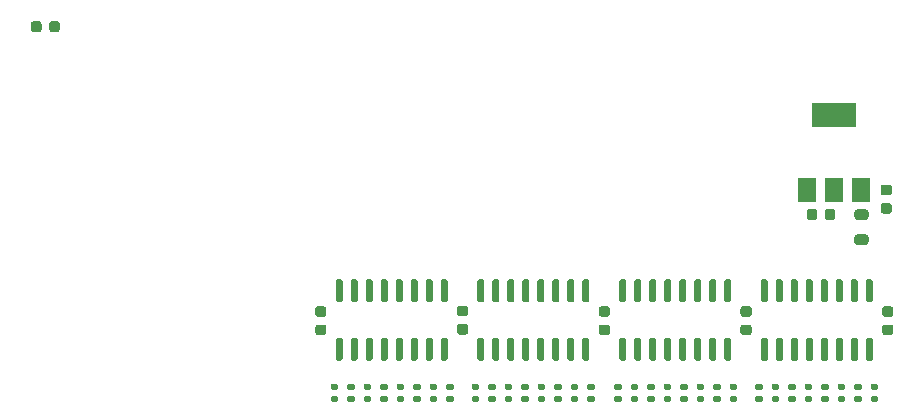
<source format=gbr>
%TF.GenerationSoftware,KiCad,Pcbnew,(5.1.8-0-10_14)*%
%TF.CreationDate,2020-12-11T17:33:19+01:00*%
%TF.ProjectId,32Bit shift register,33324269-7420-4736-9869-667420726567,rev?*%
%TF.SameCoordinates,Original*%
%TF.FileFunction,Paste,Top*%
%TF.FilePolarity,Positive*%
%FSLAX46Y46*%
G04 Gerber Fmt 4.6, Leading zero omitted, Abs format (unit mm)*
G04 Created by KiCad (PCBNEW (5.1.8-0-10_14)) date 2020-12-11 17:33:19*
%MOMM*%
%LPD*%
G01*
G04 APERTURE LIST*
%ADD10R,3.800000X2.000000*%
%ADD11R,1.500000X2.000000*%
G04 APERTURE END LIST*
%TO.C,FB*%
G36*
G01*
X164318750Y-63787500D02*
X165081250Y-63787500D01*
G75*
G02*
X165300000Y-64006250I0J-218750D01*
G01*
X165300000Y-64443750D01*
G75*
G02*
X165081250Y-64662500I-218750J0D01*
G01*
X164318750Y-64662500D01*
G75*
G02*
X164100000Y-64443750I0J218750D01*
G01*
X164100000Y-64006250D01*
G75*
G02*
X164318750Y-63787500I218750J0D01*
G01*
G37*
G36*
G01*
X164318750Y-61662500D02*
X165081250Y-61662500D01*
G75*
G02*
X165300000Y-61881250I0J-218750D01*
G01*
X165300000Y-62318750D01*
G75*
G02*
X165081250Y-62537500I-218750J0D01*
G01*
X164318750Y-62537500D01*
G75*
G02*
X164100000Y-62318750I0J218750D01*
G01*
X164100000Y-61881250D01*
G75*
G02*
X164318750Y-61662500I218750J0D01*
G01*
G37*
%TD*%
%TO.C,C7*%
G36*
G01*
X166550000Y-59575000D02*
X167050000Y-59575000D01*
G75*
G02*
X167275000Y-59800000I0J-225000D01*
G01*
X167275000Y-60250000D01*
G75*
G02*
X167050000Y-60475000I-225000J0D01*
G01*
X166550000Y-60475000D01*
G75*
G02*
X166325000Y-60250000I0J225000D01*
G01*
X166325000Y-59800000D01*
G75*
G02*
X166550000Y-59575000I225000J0D01*
G01*
G37*
G36*
G01*
X166550000Y-61125000D02*
X167050000Y-61125000D01*
G75*
G02*
X167275000Y-61350000I0J-225000D01*
G01*
X167275000Y-61800000D01*
G75*
G02*
X167050000Y-62025000I-225000J0D01*
G01*
X166550000Y-62025000D01*
G75*
G02*
X166325000Y-61800000I0J225000D01*
G01*
X166325000Y-61350000D01*
G75*
G02*
X166550000Y-61125000I225000J0D01*
G01*
G37*
%TD*%
%TO.C,U3*%
G36*
G01*
X144632000Y-74485900D02*
X144332000Y-74485900D01*
G75*
G02*
X144182000Y-74335900I0J150000D01*
G01*
X144182000Y-72685900D01*
G75*
G02*
X144332000Y-72535900I150000J0D01*
G01*
X144632000Y-72535900D01*
G75*
G02*
X144782000Y-72685900I0J-150000D01*
G01*
X144782000Y-74335900D01*
G75*
G02*
X144632000Y-74485900I-150000J0D01*
G01*
G37*
G36*
G01*
X145902000Y-74485900D02*
X145602000Y-74485900D01*
G75*
G02*
X145452000Y-74335900I0J150000D01*
G01*
X145452000Y-72685900D01*
G75*
G02*
X145602000Y-72535900I150000J0D01*
G01*
X145902000Y-72535900D01*
G75*
G02*
X146052000Y-72685900I0J-150000D01*
G01*
X146052000Y-74335900D01*
G75*
G02*
X145902000Y-74485900I-150000J0D01*
G01*
G37*
G36*
G01*
X147172000Y-74485900D02*
X146872000Y-74485900D01*
G75*
G02*
X146722000Y-74335900I0J150000D01*
G01*
X146722000Y-72685900D01*
G75*
G02*
X146872000Y-72535900I150000J0D01*
G01*
X147172000Y-72535900D01*
G75*
G02*
X147322000Y-72685900I0J-150000D01*
G01*
X147322000Y-74335900D01*
G75*
G02*
X147172000Y-74485900I-150000J0D01*
G01*
G37*
G36*
G01*
X148442000Y-74485900D02*
X148142000Y-74485900D01*
G75*
G02*
X147992000Y-74335900I0J150000D01*
G01*
X147992000Y-72685900D01*
G75*
G02*
X148142000Y-72535900I150000J0D01*
G01*
X148442000Y-72535900D01*
G75*
G02*
X148592000Y-72685900I0J-150000D01*
G01*
X148592000Y-74335900D01*
G75*
G02*
X148442000Y-74485900I-150000J0D01*
G01*
G37*
G36*
G01*
X149712000Y-74485900D02*
X149412000Y-74485900D01*
G75*
G02*
X149262000Y-74335900I0J150000D01*
G01*
X149262000Y-72685900D01*
G75*
G02*
X149412000Y-72535900I150000J0D01*
G01*
X149712000Y-72535900D01*
G75*
G02*
X149862000Y-72685900I0J-150000D01*
G01*
X149862000Y-74335900D01*
G75*
G02*
X149712000Y-74485900I-150000J0D01*
G01*
G37*
G36*
G01*
X150982000Y-74485900D02*
X150682000Y-74485900D01*
G75*
G02*
X150532000Y-74335900I0J150000D01*
G01*
X150532000Y-72685900D01*
G75*
G02*
X150682000Y-72535900I150000J0D01*
G01*
X150982000Y-72535900D01*
G75*
G02*
X151132000Y-72685900I0J-150000D01*
G01*
X151132000Y-74335900D01*
G75*
G02*
X150982000Y-74485900I-150000J0D01*
G01*
G37*
G36*
G01*
X152252000Y-74485900D02*
X151952000Y-74485900D01*
G75*
G02*
X151802000Y-74335900I0J150000D01*
G01*
X151802000Y-72685900D01*
G75*
G02*
X151952000Y-72535900I150000J0D01*
G01*
X152252000Y-72535900D01*
G75*
G02*
X152402000Y-72685900I0J-150000D01*
G01*
X152402000Y-74335900D01*
G75*
G02*
X152252000Y-74485900I-150000J0D01*
G01*
G37*
G36*
G01*
X153522000Y-74485900D02*
X153222000Y-74485900D01*
G75*
G02*
X153072000Y-74335900I0J150000D01*
G01*
X153072000Y-72685900D01*
G75*
G02*
X153222000Y-72535900I150000J0D01*
G01*
X153522000Y-72535900D01*
G75*
G02*
X153672000Y-72685900I0J-150000D01*
G01*
X153672000Y-74335900D01*
G75*
G02*
X153522000Y-74485900I-150000J0D01*
G01*
G37*
G36*
G01*
X153522000Y-69535900D02*
X153222000Y-69535900D01*
G75*
G02*
X153072000Y-69385900I0J150000D01*
G01*
X153072000Y-67735900D01*
G75*
G02*
X153222000Y-67585900I150000J0D01*
G01*
X153522000Y-67585900D01*
G75*
G02*
X153672000Y-67735900I0J-150000D01*
G01*
X153672000Y-69385900D01*
G75*
G02*
X153522000Y-69535900I-150000J0D01*
G01*
G37*
G36*
G01*
X152252000Y-69535900D02*
X151952000Y-69535900D01*
G75*
G02*
X151802000Y-69385900I0J150000D01*
G01*
X151802000Y-67735900D01*
G75*
G02*
X151952000Y-67585900I150000J0D01*
G01*
X152252000Y-67585900D01*
G75*
G02*
X152402000Y-67735900I0J-150000D01*
G01*
X152402000Y-69385900D01*
G75*
G02*
X152252000Y-69535900I-150000J0D01*
G01*
G37*
G36*
G01*
X150982000Y-69535900D02*
X150682000Y-69535900D01*
G75*
G02*
X150532000Y-69385900I0J150000D01*
G01*
X150532000Y-67735900D01*
G75*
G02*
X150682000Y-67585900I150000J0D01*
G01*
X150982000Y-67585900D01*
G75*
G02*
X151132000Y-67735900I0J-150000D01*
G01*
X151132000Y-69385900D01*
G75*
G02*
X150982000Y-69535900I-150000J0D01*
G01*
G37*
G36*
G01*
X149712000Y-69535900D02*
X149412000Y-69535900D01*
G75*
G02*
X149262000Y-69385900I0J150000D01*
G01*
X149262000Y-67735900D01*
G75*
G02*
X149412000Y-67585900I150000J0D01*
G01*
X149712000Y-67585900D01*
G75*
G02*
X149862000Y-67735900I0J-150000D01*
G01*
X149862000Y-69385900D01*
G75*
G02*
X149712000Y-69535900I-150000J0D01*
G01*
G37*
G36*
G01*
X148442000Y-69535900D02*
X148142000Y-69535900D01*
G75*
G02*
X147992000Y-69385900I0J150000D01*
G01*
X147992000Y-67735900D01*
G75*
G02*
X148142000Y-67585900I150000J0D01*
G01*
X148442000Y-67585900D01*
G75*
G02*
X148592000Y-67735900I0J-150000D01*
G01*
X148592000Y-69385900D01*
G75*
G02*
X148442000Y-69535900I-150000J0D01*
G01*
G37*
G36*
G01*
X147172000Y-69535900D02*
X146872000Y-69535900D01*
G75*
G02*
X146722000Y-69385900I0J150000D01*
G01*
X146722000Y-67735900D01*
G75*
G02*
X146872000Y-67585900I150000J0D01*
G01*
X147172000Y-67585900D01*
G75*
G02*
X147322000Y-67735900I0J-150000D01*
G01*
X147322000Y-69385900D01*
G75*
G02*
X147172000Y-69535900I-150000J0D01*
G01*
G37*
G36*
G01*
X145902000Y-69535900D02*
X145602000Y-69535900D01*
G75*
G02*
X145452000Y-69385900I0J150000D01*
G01*
X145452000Y-67735900D01*
G75*
G02*
X145602000Y-67585900I150000J0D01*
G01*
X145902000Y-67585900D01*
G75*
G02*
X146052000Y-67735900I0J-150000D01*
G01*
X146052000Y-69385900D01*
G75*
G02*
X145902000Y-69535900I-150000J0D01*
G01*
G37*
G36*
G01*
X144632000Y-69535900D02*
X144332000Y-69535900D01*
G75*
G02*
X144182000Y-69385900I0J150000D01*
G01*
X144182000Y-67735900D01*
G75*
G02*
X144332000Y-67585900I150000J0D01*
G01*
X144632000Y-67585900D01*
G75*
G02*
X144782000Y-67735900I0J-150000D01*
G01*
X144782000Y-69385900D01*
G75*
G02*
X144632000Y-69535900I-150000J0D01*
G01*
G37*
%TD*%
%TO.C,R32*%
G36*
G01*
X165982000Y-77980900D02*
X165612000Y-77980900D01*
G75*
G02*
X165477000Y-77845900I0J135000D01*
G01*
X165477000Y-77575900D01*
G75*
G02*
X165612000Y-77440900I135000J0D01*
G01*
X165982000Y-77440900D01*
G75*
G02*
X166117000Y-77575900I0J-135000D01*
G01*
X166117000Y-77845900D01*
G75*
G02*
X165982000Y-77980900I-135000J0D01*
G01*
G37*
G36*
G01*
X165982000Y-76960900D02*
X165612000Y-76960900D01*
G75*
G02*
X165477000Y-76825900I0J135000D01*
G01*
X165477000Y-76555900D01*
G75*
G02*
X165612000Y-76420900I135000J0D01*
G01*
X165982000Y-76420900D01*
G75*
G02*
X166117000Y-76555900I0J-135000D01*
G01*
X166117000Y-76825900D01*
G75*
G02*
X165982000Y-76960900I-135000J0D01*
G01*
G37*
%TD*%
%TO.C,R31*%
G36*
G01*
X154044000Y-77980900D02*
X153674000Y-77980900D01*
G75*
G02*
X153539000Y-77845900I0J135000D01*
G01*
X153539000Y-77575900D01*
G75*
G02*
X153674000Y-77440900I135000J0D01*
G01*
X154044000Y-77440900D01*
G75*
G02*
X154179000Y-77575900I0J-135000D01*
G01*
X154179000Y-77845900D01*
G75*
G02*
X154044000Y-77980900I-135000J0D01*
G01*
G37*
G36*
G01*
X154044000Y-76960900D02*
X153674000Y-76960900D01*
G75*
G02*
X153539000Y-76825900I0J135000D01*
G01*
X153539000Y-76555900D01*
G75*
G02*
X153674000Y-76420900I135000J0D01*
G01*
X154044000Y-76420900D01*
G75*
G02*
X154179000Y-76555900I0J-135000D01*
G01*
X154179000Y-76825900D01*
G75*
G02*
X154044000Y-76960900I-135000J0D01*
G01*
G37*
%TD*%
%TO.C,R30*%
G36*
G01*
X141979000Y-77984900D02*
X141609000Y-77984900D01*
G75*
G02*
X141474000Y-77849900I0J135000D01*
G01*
X141474000Y-77579900D01*
G75*
G02*
X141609000Y-77444900I135000J0D01*
G01*
X141979000Y-77444900D01*
G75*
G02*
X142114000Y-77579900I0J-135000D01*
G01*
X142114000Y-77849900D01*
G75*
G02*
X141979000Y-77984900I-135000J0D01*
G01*
G37*
G36*
G01*
X141979000Y-76964900D02*
X141609000Y-76964900D01*
G75*
G02*
X141474000Y-76829900I0J135000D01*
G01*
X141474000Y-76559900D01*
G75*
G02*
X141609000Y-76424900I135000J0D01*
G01*
X141979000Y-76424900D01*
G75*
G02*
X142114000Y-76559900I0J-135000D01*
G01*
X142114000Y-76829900D01*
G75*
G02*
X141979000Y-76964900I-135000J0D01*
G01*
G37*
%TD*%
%TO.C,R29*%
G36*
G01*
X130041000Y-76962900D02*
X129671000Y-76962900D01*
G75*
G02*
X129536000Y-76827900I0J135000D01*
G01*
X129536000Y-76557900D01*
G75*
G02*
X129671000Y-76422900I135000J0D01*
G01*
X130041000Y-76422900D01*
G75*
G02*
X130176000Y-76557900I0J-135000D01*
G01*
X130176000Y-76827900D01*
G75*
G02*
X130041000Y-76962900I-135000J0D01*
G01*
G37*
G36*
G01*
X130041000Y-77982900D02*
X129671000Y-77982900D01*
G75*
G02*
X129536000Y-77847900I0J135000D01*
G01*
X129536000Y-77577900D01*
G75*
G02*
X129671000Y-77442900I135000J0D01*
G01*
X130041000Y-77442900D01*
G75*
G02*
X130176000Y-77577900I0J-135000D01*
G01*
X130176000Y-77847900D01*
G75*
G02*
X130041000Y-77982900I-135000J0D01*
G01*
G37*
%TD*%
%TO.C,R28*%
G36*
G01*
X164585000Y-77980900D02*
X164215000Y-77980900D01*
G75*
G02*
X164080000Y-77845900I0J135000D01*
G01*
X164080000Y-77575900D01*
G75*
G02*
X164215000Y-77440900I135000J0D01*
G01*
X164585000Y-77440900D01*
G75*
G02*
X164720000Y-77575900I0J-135000D01*
G01*
X164720000Y-77845900D01*
G75*
G02*
X164585000Y-77980900I-135000J0D01*
G01*
G37*
G36*
G01*
X164585000Y-76960900D02*
X164215000Y-76960900D01*
G75*
G02*
X164080000Y-76825900I0J135000D01*
G01*
X164080000Y-76555900D01*
G75*
G02*
X164215000Y-76420900I135000J0D01*
G01*
X164585000Y-76420900D01*
G75*
G02*
X164720000Y-76555900I0J-135000D01*
G01*
X164720000Y-76825900D01*
G75*
G02*
X164585000Y-76960900I-135000J0D01*
G01*
G37*
%TD*%
%TO.C,R27*%
G36*
G01*
X152647000Y-77982900D02*
X152277000Y-77982900D01*
G75*
G02*
X152142000Y-77847900I0J135000D01*
G01*
X152142000Y-77577900D01*
G75*
G02*
X152277000Y-77442900I135000J0D01*
G01*
X152647000Y-77442900D01*
G75*
G02*
X152782000Y-77577900I0J-135000D01*
G01*
X152782000Y-77847900D01*
G75*
G02*
X152647000Y-77982900I-135000J0D01*
G01*
G37*
G36*
G01*
X152647000Y-76962900D02*
X152277000Y-76962900D01*
G75*
G02*
X152142000Y-76827900I0J135000D01*
G01*
X152142000Y-76557900D01*
G75*
G02*
X152277000Y-76422900I135000J0D01*
G01*
X152647000Y-76422900D01*
G75*
G02*
X152782000Y-76557900I0J-135000D01*
G01*
X152782000Y-76827900D01*
G75*
G02*
X152647000Y-76962900I-135000J0D01*
G01*
G37*
%TD*%
%TO.C,R26*%
G36*
G01*
X140582000Y-77984900D02*
X140212000Y-77984900D01*
G75*
G02*
X140077000Y-77849900I0J135000D01*
G01*
X140077000Y-77579900D01*
G75*
G02*
X140212000Y-77444900I135000J0D01*
G01*
X140582000Y-77444900D01*
G75*
G02*
X140717000Y-77579900I0J-135000D01*
G01*
X140717000Y-77849900D01*
G75*
G02*
X140582000Y-77984900I-135000J0D01*
G01*
G37*
G36*
G01*
X140582000Y-76964900D02*
X140212000Y-76964900D01*
G75*
G02*
X140077000Y-76829900I0J135000D01*
G01*
X140077000Y-76559900D01*
G75*
G02*
X140212000Y-76424900I135000J0D01*
G01*
X140582000Y-76424900D01*
G75*
G02*
X140717000Y-76559900I0J-135000D01*
G01*
X140717000Y-76829900D01*
G75*
G02*
X140582000Y-76964900I-135000J0D01*
G01*
G37*
%TD*%
%TO.C,R25*%
G36*
G01*
X128644000Y-76962900D02*
X128274000Y-76962900D01*
G75*
G02*
X128139000Y-76827900I0J135000D01*
G01*
X128139000Y-76557900D01*
G75*
G02*
X128274000Y-76422900I135000J0D01*
G01*
X128644000Y-76422900D01*
G75*
G02*
X128779000Y-76557900I0J-135000D01*
G01*
X128779000Y-76827900D01*
G75*
G02*
X128644000Y-76962900I-135000J0D01*
G01*
G37*
G36*
G01*
X128644000Y-77982900D02*
X128274000Y-77982900D01*
G75*
G02*
X128139000Y-77847900I0J135000D01*
G01*
X128139000Y-77577900D01*
G75*
G02*
X128274000Y-77442900I135000J0D01*
G01*
X128644000Y-77442900D01*
G75*
G02*
X128779000Y-77577900I0J-135000D01*
G01*
X128779000Y-77847900D01*
G75*
G02*
X128644000Y-77982900I-135000J0D01*
G01*
G37*
%TD*%
%TO.C,R24*%
G36*
G01*
X163188000Y-77980900D02*
X162818000Y-77980900D01*
G75*
G02*
X162683000Y-77845900I0J135000D01*
G01*
X162683000Y-77575900D01*
G75*
G02*
X162818000Y-77440900I135000J0D01*
G01*
X163188000Y-77440900D01*
G75*
G02*
X163323000Y-77575900I0J-135000D01*
G01*
X163323000Y-77845900D01*
G75*
G02*
X163188000Y-77980900I-135000J0D01*
G01*
G37*
G36*
G01*
X163188000Y-76960900D02*
X162818000Y-76960900D01*
G75*
G02*
X162683000Y-76825900I0J135000D01*
G01*
X162683000Y-76555900D01*
G75*
G02*
X162818000Y-76420900I135000J0D01*
G01*
X163188000Y-76420900D01*
G75*
G02*
X163323000Y-76555900I0J-135000D01*
G01*
X163323000Y-76825900D01*
G75*
G02*
X163188000Y-76960900I-135000J0D01*
G01*
G37*
%TD*%
%TO.C,R23*%
G36*
G01*
X151250000Y-77982900D02*
X150880000Y-77982900D01*
G75*
G02*
X150745000Y-77847900I0J135000D01*
G01*
X150745000Y-77577900D01*
G75*
G02*
X150880000Y-77442900I135000J0D01*
G01*
X151250000Y-77442900D01*
G75*
G02*
X151385000Y-77577900I0J-135000D01*
G01*
X151385000Y-77847900D01*
G75*
G02*
X151250000Y-77982900I-135000J0D01*
G01*
G37*
G36*
G01*
X151250000Y-76962900D02*
X150880000Y-76962900D01*
G75*
G02*
X150745000Y-76827900I0J135000D01*
G01*
X150745000Y-76557900D01*
G75*
G02*
X150880000Y-76422900I135000J0D01*
G01*
X151250000Y-76422900D01*
G75*
G02*
X151385000Y-76557900I0J-135000D01*
G01*
X151385000Y-76827900D01*
G75*
G02*
X151250000Y-76962900I-135000J0D01*
G01*
G37*
%TD*%
%TO.C,R22*%
G36*
G01*
X139185000Y-77984900D02*
X138815000Y-77984900D01*
G75*
G02*
X138680000Y-77849900I0J135000D01*
G01*
X138680000Y-77579900D01*
G75*
G02*
X138815000Y-77444900I135000J0D01*
G01*
X139185000Y-77444900D01*
G75*
G02*
X139320000Y-77579900I0J-135000D01*
G01*
X139320000Y-77849900D01*
G75*
G02*
X139185000Y-77984900I-135000J0D01*
G01*
G37*
G36*
G01*
X139185000Y-76964900D02*
X138815000Y-76964900D01*
G75*
G02*
X138680000Y-76829900I0J135000D01*
G01*
X138680000Y-76559900D01*
G75*
G02*
X138815000Y-76424900I135000J0D01*
G01*
X139185000Y-76424900D01*
G75*
G02*
X139320000Y-76559900I0J-135000D01*
G01*
X139320000Y-76829900D01*
G75*
G02*
X139185000Y-76964900I-135000J0D01*
G01*
G37*
%TD*%
%TO.C,R21*%
G36*
G01*
X127247000Y-77982900D02*
X126877000Y-77982900D01*
G75*
G02*
X126742000Y-77847900I0J135000D01*
G01*
X126742000Y-77577900D01*
G75*
G02*
X126877000Y-77442900I135000J0D01*
G01*
X127247000Y-77442900D01*
G75*
G02*
X127382000Y-77577900I0J-135000D01*
G01*
X127382000Y-77847900D01*
G75*
G02*
X127247000Y-77982900I-135000J0D01*
G01*
G37*
G36*
G01*
X127247000Y-76962900D02*
X126877000Y-76962900D01*
G75*
G02*
X126742000Y-76827900I0J135000D01*
G01*
X126742000Y-76557900D01*
G75*
G02*
X126877000Y-76422900I135000J0D01*
G01*
X127247000Y-76422900D01*
G75*
G02*
X127382000Y-76557900I0J-135000D01*
G01*
X127382000Y-76827900D01*
G75*
G02*
X127247000Y-76962900I-135000J0D01*
G01*
G37*
%TD*%
%TO.C,R20*%
G36*
G01*
X161791000Y-77980900D02*
X161421000Y-77980900D01*
G75*
G02*
X161286000Y-77845900I0J135000D01*
G01*
X161286000Y-77575900D01*
G75*
G02*
X161421000Y-77440900I135000J0D01*
G01*
X161791000Y-77440900D01*
G75*
G02*
X161926000Y-77575900I0J-135000D01*
G01*
X161926000Y-77845900D01*
G75*
G02*
X161791000Y-77980900I-135000J0D01*
G01*
G37*
G36*
G01*
X161791000Y-76960900D02*
X161421000Y-76960900D01*
G75*
G02*
X161286000Y-76825900I0J135000D01*
G01*
X161286000Y-76555900D01*
G75*
G02*
X161421000Y-76420900I135000J0D01*
G01*
X161791000Y-76420900D01*
G75*
G02*
X161926000Y-76555900I0J-135000D01*
G01*
X161926000Y-76825900D01*
G75*
G02*
X161791000Y-76960900I-135000J0D01*
G01*
G37*
%TD*%
%TO.C,R19*%
G36*
G01*
X149853000Y-77980900D02*
X149483000Y-77980900D01*
G75*
G02*
X149348000Y-77845900I0J135000D01*
G01*
X149348000Y-77575900D01*
G75*
G02*
X149483000Y-77440900I135000J0D01*
G01*
X149853000Y-77440900D01*
G75*
G02*
X149988000Y-77575900I0J-135000D01*
G01*
X149988000Y-77845900D01*
G75*
G02*
X149853000Y-77980900I-135000J0D01*
G01*
G37*
G36*
G01*
X149853000Y-76960900D02*
X149483000Y-76960900D01*
G75*
G02*
X149348000Y-76825900I0J135000D01*
G01*
X149348000Y-76555900D01*
G75*
G02*
X149483000Y-76420900I135000J0D01*
G01*
X149853000Y-76420900D01*
G75*
G02*
X149988000Y-76555900I0J-135000D01*
G01*
X149988000Y-76825900D01*
G75*
G02*
X149853000Y-76960900I-135000J0D01*
G01*
G37*
%TD*%
%TO.C,R18*%
G36*
G01*
X137788000Y-77982900D02*
X137418000Y-77982900D01*
G75*
G02*
X137283000Y-77847900I0J135000D01*
G01*
X137283000Y-77577900D01*
G75*
G02*
X137418000Y-77442900I135000J0D01*
G01*
X137788000Y-77442900D01*
G75*
G02*
X137923000Y-77577900I0J-135000D01*
G01*
X137923000Y-77847900D01*
G75*
G02*
X137788000Y-77982900I-135000J0D01*
G01*
G37*
G36*
G01*
X137788000Y-76962900D02*
X137418000Y-76962900D01*
G75*
G02*
X137283000Y-76827900I0J135000D01*
G01*
X137283000Y-76557900D01*
G75*
G02*
X137418000Y-76422900I135000J0D01*
G01*
X137788000Y-76422900D01*
G75*
G02*
X137923000Y-76557900I0J-135000D01*
G01*
X137923000Y-76827900D01*
G75*
G02*
X137788000Y-76962900I-135000J0D01*
G01*
G37*
%TD*%
%TO.C,R17*%
G36*
G01*
X125850000Y-76962900D02*
X125480000Y-76962900D01*
G75*
G02*
X125345000Y-76827900I0J135000D01*
G01*
X125345000Y-76557900D01*
G75*
G02*
X125480000Y-76422900I135000J0D01*
G01*
X125850000Y-76422900D01*
G75*
G02*
X125985000Y-76557900I0J-135000D01*
G01*
X125985000Y-76827900D01*
G75*
G02*
X125850000Y-76962900I-135000J0D01*
G01*
G37*
G36*
G01*
X125850000Y-77982900D02*
X125480000Y-77982900D01*
G75*
G02*
X125345000Y-77847900I0J135000D01*
G01*
X125345000Y-77577900D01*
G75*
G02*
X125480000Y-77442900I135000J0D01*
G01*
X125850000Y-77442900D01*
G75*
G02*
X125985000Y-77577900I0J-135000D01*
G01*
X125985000Y-77847900D01*
G75*
G02*
X125850000Y-77982900I-135000J0D01*
G01*
G37*
%TD*%
%TO.C,R16*%
G36*
G01*
X160394000Y-77980900D02*
X160024000Y-77980900D01*
G75*
G02*
X159889000Y-77845900I0J135000D01*
G01*
X159889000Y-77575900D01*
G75*
G02*
X160024000Y-77440900I135000J0D01*
G01*
X160394000Y-77440900D01*
G75*
G02*
X160529000Y-77575900I0J-135000D01*
G01*
X160529000Y-77845900D01*
G75*
G02*
X160394000Y-77980900I-135000J0D01*
G01*
G37*
G36*
G01*
X160394000Y-76960900D02*
X160024000Y-76960900D01*
G75*
G02*
X159889000Y-76825900I0J135000D01*
G01*
X159889000Y-76555900D01*
G75*
G02*
X160024000Y-76420900I135000J0D01*
G01*
X160394000Y-76420900D01*
G75*
G02*
X160529000Y-76555900I0J-135000D01*
G01*
X160529000Y-76825900D01*
G75*
G02*
X160394000Y-76960900I-135000J0D01*
G01*
G37*
%TD*%
%TO.C,R15*%
G36*
G01*
X148456000Y-77982900D02*
X148086000Y-77982900D01*
G75*
G02*
X147951000Y-77847900I0J135000D01*
G01*
X147951000Y-77577900D01*
G75*
G02*
X148086000Y-77442900I135000J0D01*
G01*
X148456000Y-77442900D01*
G75*
G02*
X148591000Y-77577900I0J-135000D01*
G01*
X148591000Y-77847900D01*
G75*
G02*
X148456000Y-77982900I-135000J0D01*
G01*
G37*
G36*
G01*
X148456000Y-76962900D02*
X148086000Y-76962900D01*
G75*
G02*
X147951000Y-76827900I0J135000D01*
G01*
X147951000Y-76557900D01*
G75*
G02*
X148086000Y-76422900I135000J0D01*
G01*
X148456000Y-76422900D01*
G75*
G02*
X148591000Y-76557900I0J-135000D01*
G01*
X148591000Y-76827900D01*
G75*
G02*
X148456000Y-76962900I-135000J0D01*
G01*
G37*
%TD*%
%TO.C,R14*%
G36*
G01*
X136391000Y-77982900D02*
X136021000Y-77982900D01*
G75*
G02*
X135886000Y-77847900I0J135000D01*
G01*
X135886000Y-77577900D01*
G75*
G02*
X136021000Y-77442900I135000J0D01*
G01*
X136391000Y-77442900D01*
G75*
G02*
X136526000Y-77577900I0J-135000D01*
G01*
X136526000Y-77847900D01*
G75*
G02*
X136391000Y-77982900I-135000J0D01*
G01*
G37*
G36*
G01*
X136391000Y-76962900D02*
X136021000Y-76962900D01*
G75*
G02*
X135886000Y-76827900I0J135000D01*
G01*
X135886000Y-76557900D01*
G75*
G02*
X136021000Y-76422900I135000J0D01*
G01*
X136391000Y-76422900D01*
G75*
G02*
X136526000Y-76557900I0J-135000D01*
G01*
X136526000Y-76827900D01*
G75*
G02*
X136391000Y-76962900I-135000J0D01*
G01*
G37*
%TD*%
%TO.C,R13*%
G36*
G01*
X124453000Y-77982900D02*
X124083000Y-77982900D01*
G75*
G02*
X123948000Y-77847900I0J135000D01*
G01*
X123948000Y-77577900D01*
G75*
G02*
X124083000Y-77442900I135000J0D01*
G01*
X124453000Y-77442900D01*
G75*
G02*
X124588000Y-77577900I0J-135000D01*
G01*
X124588000Y-77847900D01*
G75*
G02*
X124453000Y-77982900I-135000J0D01*
G01*
G37*
G36*
G01*
X124453000Y-76962900D02*
X124083000Y-76962900D01*
G75*
G02*
X123948000Y-76827900I0J135000D01*
G01*
X123948000Y-76557900D01*
G75*
G02*
X124083000Y-76422900I135000J0D01*
G01*
X124453000Y-76422900D01*
G75*
G02*
X124588000Y-76557900I0J-135000D01*
G01*
X124588000Y-76827900D01*
G75*
G02*
X124453000Y-76962900I-135000J0D01*
G01*
G37*
%TD*%
%TO.C,R12*%
G36*
G01*
X158997000Y-77980900D02*
X158627000Y-77980900D01*
G75*
G02*
X158492000Y-77845900I0J135000D01*
G01*
X158492000Y-77575900D01*
G75*
G02*
X158627000Y-77440900I135000J0D01*
G01*
X158997000Y-77440900D01*
G75*
G02*
X159132000Y-77575900I0J-135000D01*
G01*
X159132000Y-77845900D01*
G75*
G02*
X158997000Y-77980900I-135000J0D01*
G01*
G37*
G36*
G01*
X158997000Y-76960900D02*
X158627000Y-76960900D01*
G75*
G02*
X158492000Y-76825900I0J135000D01*
G01*
X158492000Y-76555900D01*
G75*
G02*
X158627000Y-76420900I135000J0D01*
G01*
X158997000Y-76420900D01*
G75*
G02*
X159132000Y-76555900I0J-135000D01*
G01*
X159132000Y-76825900D01*
G75*
G02*
X158997000Y-76960900I-135000J0D01*
G01*
G37*
%TD*%
%TO.C,R11*%
G36*
G01*
X147059000Y-77982900D02*
X146689000Y-77982900D01*
G75*
G02*
X146554000Y-77847900I0J135000D01*
G01*
X146554000Y-77577900D01*
G75*
G02*
X146689000Y-77442900I135000J0D01*
G01*
X147059000Y-77442900D01*
G75*
G02*
X147194000Y-77577900I0J-135000D01*
G01*
X147194000Y-77847900D01*
G75*
G02*
X147059000Y-77982900I-135000J0D01*
G01*
G37*
G36*
G01*
X147059000Y-76962900D02*
X146689000Y-76962900D01*
G75*
G02*
X146554000Y-76827900I0J135000D01*
G01*
X146554000Y-76557900D01*
G75*
G02*
X146689000Y-76422900I135000J0D01*
G01*
X147059000Y-76422900D01*
G75*
G02*
X147194000Y-76557900I0J-135000D01*
G01*
X147194000Y-76827900D01*
G75*
G02*
X147059000Y-76962900I-135000J0D01*
G01*
G37*
%TD*%
%TO.C,R10*%
G36*
G01*
X134994000Y-77982900D02*
X134624000Y-77982900D01*
G75*
G02*
X134489000Y-77847900I0J135000D01*
G01*
X134489000Y-77577900D01*
G75*
G02*
X134624000Y-77442900I135000J0D01*
G01*
X134994000Y-77442900D01*
G75*
G02*
X135129000Y-77577900I0J-135000D01*
G01*
X135129000Y-77847900D01*
G75*
G02*
X134994000Y-77982900I-135000J0D01*
G01*
G37*
G36*
G01*
X134994000Y-76962900D02*
X134624000Y-76962900D01*
G75*
G02*
X134489000Y-76827900I0J135000D01*
G01*
X134489000Y-76557900D01*
G75*
G02*
X134624000Y-76422900I135000J0D01*
G01*
X134994000Y-76422900D01*
G75*
G02*
X135129000Y-76557900I0J-135000D01*
G01*
X135129000Y-76827900D01*
G75*
G02*
X134994000Y-76962900I-135000J0D01*
G01*
G37*
%TD*%
%TO.C,R9*%
G36*
G01*
X123056000Y-77982900D02*
X122686000Y-77982900D01*
G75*
G02*
X122551000Y-77847900I0J135000D01*
G01*
X122551000Y-77577900D01*
G75*
G02*
X122686000Y-77442900I135000J0D01*
G01*
X123056000Y-77442900D01*
G75*
G02*
X123191000Y-77577900I0J-135000D01*
G01*
X123191000Y-77847900D01*
G75*
G02*
X123056000Y-77982900I-135000J0D01*
G01*
G37*
G36*
G01*
X123056000Y-76962900D02*
X122686000Y-76962900D01*
G75*
G02*
X122551000Y-76827900I0J135000D01*
G01*
X122551000Y-76557900D01*
G75*
G02*
X122686000Y-76422900I135000J0D01*
G01*
X123056000Y-76422900D01*
G75*
G02*
X123191000Y-76557900I0J-135000D01*
G01*
X123191000Y-76827900D01*
G75*
G02*
X123056000Y-76962900I-135000J0D01*
G01*
G37*
%TD*%
%TO.C,R8*%
G36*
G01*
X157600000Y-77980900D02*
X157230000Y-77980900D01*
G75*
G02*
X157095000Y-77845900I0J135000D01*
G01*
X157095000Y-77575900D01*
G75*
G02*
X157230000Y-77440900I135000J0D01*
G01*
X157600000Y-77440900D01*
G75*
G02*
X157735000Y-77575900I0J-135000D01*
G01*
X157735000Y-77845900D01*
G75*
G02*
X157600000Y-77980900I-135000J0D01*
G01*
G37*
G36*
G01*
X157600000Y-76960900D02*
X157230000Y-76960900D01*
G75*
G02*
X157095000Y-76825900I0J135000D01*
G01*
X157095000Y-76555900D01*
G75*
G02*
X157230000Y-76420900I135000J0D01*
G01*
X157600000Y-76420900D01*
G75*
G02*
X157735000Y-76555900I0J-135000D01*
G01*
X157735000Y-76825900D01*
G75*
G02*
X157600000Y-76960900I-135000J0D01*
G01*
G37*
%TD*%
%TO.C,R7*%
G36*
G01*
X145662000Y-77984900D02*
X145292000Y-77984900D01*
G75*
G02*
X145157000Y-77849900I0J135000D01*
G01*
X145157000Y-77579900D01*
G75*
G02*
X145292000Y-77444900I135000J0D01*
G01*
X145662000Y-77444900D01*
G75*
G02*
X145797000Y-77579900I0J-135000D01*
G01*
X145797000Y-77849900D01*
G75*
G02*
X145662000Y-77984900I-135000J0D01*
G01*
G37*
G36*
G01*
X145662000Y-76964900D02*
X145292000Y-76964900D01*
G75*
G02*
X145157000Y-76829900I0J135000D01*
G01*
X145157000Y-76559900D01*
G75*
G02*
X145292000Y-76424900I135000J0D01*
G01*
X145662000Y-76424900D01*
G75*
G02*
X145797000Y-76559900I0J-135000D01*
G01*
X145797000Y-76829900D01*
G75*
G02*
X145662000Y-76964900I-135000J0D01*
G01*
G37*
%TD*%
%TO.C,R6*%
G36*
G01*
X133597000Y-77982900D02*
X133227000Y-77982900D01*
G75*
G02*
X133092000Y-77847900I0J135000D01*
G01*
X133092000Y-77577900D01*
G75*
G02*
X133227000Y-77442900I135000J0D01*
G01*
X133597000Y-77442900D01*
G75*
G02*
X133732000Y-77577900I0J-135000D01*
G01*
X133732000Y-77847900D01*
G75*
G02*
X133597000Y-77982900I-135000J0D01*
G01*
G37*
G36*
G01*
X133597000Y-76962900D02*
X133227000Y-76962900D01*
G75*
G02*
X133092000Y-76827900I0J135000D01*
G01*
X133092000Y-76557900D01*
G75*
G02*
X133227000Y-76422900I135000J0D01*
G01*
X133597000Y-76422900D01*
G75*
G02*
X133732000Y-76557900I0J-135000D01*
G01*
X133732000Y-76827900D01*
G75*
G02*
X133597000Y-76962900I-135000J0D01*
G01*
G37*
%TD*%
%TO.C,R5*%
G36*
G01*
X121659000Y-77982900D02*
X121289000Y-77982900D01*
G75*
G02*
X121154000Y-77847900I0J135000D01*
G01*
X121154000Y-77577900D01*
G75*
G02*
X121289000Y-77442900I135000J0D01*
G01*
X121659000Y-77442900D01*
G75*
G02*
X121794000Y-77577900I0J-135000D01*
G01*
X121794000Y-77847900D01*
G75*
G02*
X121659000Y-77982900I-135000J0D01*
G01*
G37*
G36*
G01*
X121659000Y-76962900D02*
X121289000Y-76962900D01*
G75*
G02*
X121154000Y-76827900I0J135000D01*
G01*
X121154000Y-76557900D01*
G75*
G02*
X121289000Y-76422900I135000J0D01*
G01*
X121659000Y-76422900D01*
G75*
G02*
X121794000Y-76557900I0J-135000D01*
G01*
X121794000Y-76827900D01*
G75*
G02*
X121659000Y-76962900I-135000J0D01*
G01*
G37*
%TD*%
%TO.C,R4*%
G36*
G01*
X156203000Y-77980900D02*
X155833000Y-77980900D01*
G75*
G02*
X155698000Y-77845900I0J135000D01*
G01*
X155698000Y-77575900D01*
G75*
G02*
X155833000Y-77440900I135000J0D01*
G01*
X156203000Y-77440900D01*
G75*
G02*
X156338000Y-77575900I0J-135000D01*
G01*
X156338000Y-77845900D01*
G75*
G02*
X156203000Y-77980900I-135000J0D01*
G01*
G37*
G36*
G01*
X156203000Y-76960900D02*
X155833000Y-76960900D01*
G75*
G02*
X155698000Y-76825900I0J135000D01*
G01*
X155698000Y-76555900D01*
G75*
G02*
X155833000Y-76420900I135000J0D01*
G01*
X156203000Y-76420900D01*
G75*
G02*
X156338000Y-76555900I0J-135000D01*
G01*
X156338000Y-76825900D01*
G75*
G02*
X156203000Y-76960900I-135000J0D01*
G01*
G37*
%TD*%
%TO.C,R3*%
G36*
G01*
X144265000Y-77984900D02*
X143895000Y-77984900D01*
G75*
G02*
X143760000Y-77849900I0J135000D01*
G01*
X143760000Y-77579900D01*
G75*
G02*
X143895000Y-77444900I135000J0D01*
G01*
X144265000Y-77444900D01*
G75*
G02*
X144400000Y-77579900I0J-135000D01*
G01*
X144400000Y-77849900D01*
G75*
G02*
X144265000Y-77984900I-135000J0D01*
G01*
G37*
G36*
G01*
X144265000Y-76964900D02*
X143895000Y-76964900D01*
G75*
G02*
X143760000Y-76829900I0J135000D01*
G01*
X143760000Y-76559900D01*
G75*
G02*
X143895000Y-76424900I135000J0D01*
G01*
X144265000Y-76424900D01*
G75*
G02*
X144400000Y-76559900I0J-135000D01*
G01*
X144400000Y-76829900D01*
G75*
G02*
X144265000Y-76964900I-135000J0D01*
G01*
G37*
%TD*%
%TO.C,R2*%
G36*
G01*
X132200000Y-77982900D02*
X131830000Y-77982900D01*
G75*
G02*
X131695000Y-77847900I0J135000D01*
G01*
X131695000Y-77577900D01*
G75*
G02*
X131830000Y-77442900I135000J0D01*
G01*
X132200000Y-77442900D01*
G75*
G02*
X132335000Y-77577900I0J-135000D01*
G01*
X132335000Y-77847900D01*
G75*
G02*
X132200000Y-77982900I-135000J0D01*
G01*
G37*
G36*
G01*
X132200000Y-76962900D02*
X131830000Y-76962900D01*
G75*
G02*
X131695000Y-76827900I0J135000D01*
G01*
X131695000Y-76557900D01*
G75*
G02*
X131830000Y-76422900I135000J0D01*
G01*
X132200000Y-76422900D01*
G75*
G02*
X132335000Y-76557900I0J-135000D01*
G01*
X132335000Y-76827900D01*
G75*
G02*
X132200000Y-76962900I-135000J0D01*
G01*
G37*
%TD*%
%TO.C,R1*%
G36*
G01*
X120262000Y-77982900D02*
X119892000Y-77982900D01*
G75*
G02*
X119757000Y-77847900I0J135000D01*
G01*
X119757000Y-77577900D01*
G75*
G02*
X119892000Y-77442900I135000J0D01*
G01*
X120262000Y-77442900D01*
G75*
G02*
X120397000Y-77577900I0J-135000D01*
G01*
X120397000Y-77847900D01*
G75*
G02*
X120262000Y-77982900I-135000J0D01*
G01*
G37*
G36*
G01*
X120262000Y-76962900D02*
X119892000Y-76962900D01*
G75*
G02*
X119757000Y-76827900I0J135000D01*
G01*
X119757000Y-76557900D01*
G75*
G02*
X119892000Y-76422900I135000J0D01*
G01*
X120262000Y-76422900D01*
G75*
G02*
X120397000Y-76557900I0J-135000D01*
G01*
X120397000Y-76827900D01*
G75*
G02*
X120262000Y-76962900I-135000J0D01*
G01*
G37*
%TD*%
D10*
%TO.C,U5*%
X162393000Y-53707000D03*
D11*
X162393000Y-60007000D03*
X164693000Y-60007000D03*
X160093000Y-60007000D03*
%TD*%
%TO.C,C8*%
G36*
G01*
X162500000Y-61850000D02*
X162500000Y-62350000D01*
G75*
G02*
X162275000Y-62575000I-225000J0D01*
G01*
X161825000Y-62575000D01*
G75*
G02*
X161600000Y-62350000I0J225000D01*
G01*
X161600000Y-61850000D01*
G75*
G02*
X161825000Y-61625000I225000J0D01*
G01*
X162275000Y-61625000D01*
G75*
G02*
X162500000Y-61850000I0J-225000D01*
G01*
G37*
G36*
G01*
X160950000Y-61850000D02*
X160950000Y-62350000D01*
G75*
G02*
X160725000Y-62575000I-225000J0D01*
G01*
X160275000Y-62575000D01*
G75*
G02*
X160050000Y-62350000I0J225000D01*
G01*
X160050000Y-61850000D01*
G75*
G02*
X160275000Y-61625000I225000J0D01*
G01*
X160725000Y-61625000D01*
G75*
G02*
X160950000Y-61850000I0J-225000D01*
G01*
G37*
%TD*%
%TO.C,C6*%
G36*
G01*
X95925000Y-46450000D02*
X95925000Y-45950000D01*
G75*
G02*
X96150000Y-45725000I225000J0D01*
G01*
X96600000Y-45725000D01*
G75*
G02*
X96825000Y-45950000I0J-225000D01*
G01*
X96825000Y-46450000D01*
G75*
G02*
X96600000Y-46675000I-225000J0D01*
G01*
X96150000Y-46675000D01*
G75*
G02*
X95925000Y-46450000I0J225000D01*
G01*
G37*
G36*
G01*
X94375000Y-46450000D02*
X94375000Y-45950000D01*
G75*
G02*
X94600000Y-45725000I225000J0D01*
G01*
X95050000Y-45725000D01*
G75*
G02*
X95275000Y-45950000I0J-225000D01*
G01*
X95275000Y-46450000D01*
G75*
G02*
X95050000Y-46675000I-225000J0D01*
G01*
X94600000Y-46675000D01*
G75*
G02*
X94375000Y-46450000I0J225000D01*
G01*
G37*
%TD*%
%TO.C,C5*%
G36*
G01*
X166677000Y-69860900D02*
X167177000Y-69860900D01*
G75*
G02*
X167402000Y-70085900I0J-225000D01*
G01*
X167402000Y-70535900D01*
G75*
G02*
X167177000Y-70760900I-225000J0D01*
G01*
X166677000Y-70760900D01*
G75*
G02*
X166452000Y-70535900I0J225000D01*
G01*
X166452000Y-70085900D01*
G75*
G02*
X166677000Y-69860900I225000J0D01*
G01*
G37*
G36*
G01*
X166677000Y-71410900D02*
X167177000Y-71410900D01*
G75*
G02*
X167402000Y-71635900I0J-225000D01*
G01*
X167402000Y-72085900D01*
G75*
G02*
X167177000Y-72310900I-225000J0D01*
G01*
X166677000Y-72310900D01*
G75*
G02*
X166452000Y-72085900I0J225000D01*
G01*
X166452000Y-71635900D01*
G75*
G02*
X166677000Y-71410900I225000J0D01*
G01*
G37*
%TD*%
%TO.C,C4*%
G36*
G01*
X154677000Y-69860900D02*
X155177000Y-69860900D01*
G75*
G02*
X155402000Y-70085900I0J-225000D01*
G01*
X155402000Y-70535900D01*
G75*
G02*
X155177000Y-70760900I-225000J0D01*
G01*
X154677000Y-70760900D01*
G75*
G02*
X154452000Y-70535900I0J225000D01*
G01*
X154452000Y-70085900D01*
G75*
G02*
X154677000Y-69860900I225000J0D01*
G01*
G37*
G36*
G01*
X154677000Y-71410900D02*
X155177000Y-71410900D01*
G75*
G02*
X155402000Y-71635900I0J-225000D01*
G01*
X155402000Y-72085900D01*
G75*
G02*
X155177000Y-72310900I-225000J0D01*
G01*
X154677000Y-72310900D01*
G75*
G02*
X154452000Y-72085900I0J225000D01*
G01*
X154452000Y-71635900D01*
G75*
G02*
X154677000Y-71410900I225000J0D01*
G01*
G37*
%TD*%
%TO.C,C3*%
G36*
G01*
X142677000Y-69860900D02*
X143177000Y-69860900D01*
G75*
G02*
X143402000Y-70085900I0J-225000D01*
G01*
X143402000Y-70535900D01*
G75*
G02*
X143177000Y-70760900I-225000J0D01*
G01*
X142677000Y-70760900D01*
G75*
G02*
X142452000Y-70535900I0J225000D01*
G01*
X142452000Y-70085900D01*
G75*
G02*
X142677000Y-69860900I225000J0D01*
G01*
G37*
G36*
G01*
X142677000Y-71410900D02*
X143177000Y-71410900D01*
G75*
G02*
X143402000Y-71635900I0J-225000D01*
G01*
X143402000Y-72085900D01*
G75*
G02*
X143177000Y-72310900I-225000J0D01*
G01*
X142677000Y-72310900D01*
G75*
G02*
X142452000Y-72085900I0J225000D01*
G01*
X142452000Y-71635900D01*
G75*
G02*
X142677000Y-71410900I225000J0D01*
G01*
G37*
%TD*%
%TO.C,C2*%
G36*
G01*
X130677000Y-69810900D02*
X131177000Y-69810900D01*
G75*
G02*
X131402000Y-70035900I0J-225000D01*
G01*
X131402000Y-70485900D01*
G75*
G02*
X131177000Y-70710900I-225000J0D01*
G01*
X130677000Y-70710900D01*
G75*
G02*
X130452000Y-70485900I0J225000D01*
G01*
X130452000Y-70035900D01*
G75*
G02*
X130677000Y-69810900I225000J0D01*
G01*
G37*
G36*
G01*
X130677000Y-71360900D02*
X131177000Y-71360900D01*
G75*
G02*
X131402000Y-71585900I0J-225000D01*
G01*
X131402000Y-72035900D01*
G75*
G02*
X131177000Y-72260900I-225000J0D01*
G01*
X130677000Y-72260900D01*
G75*
G02*
X130452000Y-72035900I0J225000D01*
G01*
X130452000Y-71585900D01*
G75*
G02*
X130677000Y-71360900I225000J0D01*
G01*
G37*
%TD*%
%TO.C,C1*%
G36*
G01*
X118677000Y-69860900D02*
X119177000Y-69860900D01*
G75*
G02*
X119402000Y-70085900I0J-225000D01*
G01*
X119402000Y-70535900D01*
G75*
G02*
X119177000Y-70760900I-225000J0D01*
G01*
X118677000Y-70760900D01*
G75*
G02*
X118452000Y-70535900I0J225000D01*
G01*
X118452000Y-70085900D01*
G75*
G02*
X118677000Y-69860900I225000J0D01*
G01*
G37*
G36*
G01*
X118677000Y-71410900D02*
X119177000Y-71410900D01*
G75*
G02*
X119402000Y-71635900I0J-225000D01*
G01*
X119402000Y-72085900D01*
G75*
G02*
X119177000Y-72310900I-225000J0D01*
G01*
X118677000Y-72310900D01*
G75*
G02*
X118452000Y-72085900I0J225000D01*
G01*
X118452000Y-71635900D01*
G75*
G02*
X118677000Y-71410900I225000J0D01*
G01*
G37*
%TD*%
%TO.C,U4*%
G36*
G01*
X156632000Y-74485900D02*
X156332000Y-74485900D01*
G75*
G02*
X156182000Y-74335900I0J150000D01*
G01*
X156182000Y-72685900D01*
G75*
G02*
X156332000Y-72535900I150000J0D01*
G01*
X156632000Y-72535900D01*
G75*
G02*
X156782000Y-72685900I0J-150000D01*
G01*
X156782000Y-74335900D01*
G75*
G02*
X156632000Y-74485900I-150000J0D01*
G01*
G37*
G36*
G01*
X157902000Y-74485900D02*
X157602000Y-74485900D01*
G75*
G02*
X157452000Y-74335900I0J150000D01*
G01*
X157452000Y-72685900D01*
G75*
G02*
X157602000Y-72535900I150000J0D01*
G01*
X157902000Y-72535900D01*
G75*
G02*
X158052000Y-72685900I0J-150000D01*
G01*
X158052000Y-74335900D01*
G75*
G02*
X157902000Y-74485900I-150000J0D01*
G01*
G37*
G36*
G01*
X159172000Y-74485900D02*
X158872000Y-74485900D01*
G75*
G02*
X158722000Y-74335900I0J150000D01*
G01*
X158722000Y-72685900D01*
G75*
G02*
X158872000Y-72535900I150000J0D01*
G01*
X159172000Y-72535900D01*
G75*
G02*
X159322000Y-72685900I0J-150000D01*
G01*
X159322000Y-74335900D01*
G75*
G02*
X159172000Y-74485900I-150000J0D01*
G01*
G37*
G36*
G01*
X160442000Y-74485900D02*
X160142000Y-74485900D01*
G75*
G02*
X159992000Y-74335900I0J150000D01*
G01*
X159992000Y-72685900D01*
G75*
G02*
X160142000Y-72535900I150000J0D01*
G01*
X160442000Y-72535900D01*
G75*
G02*
X160592000Y-72685900I0J-150000D01*
G01*
X160592000Y-74335900D01*
G75*
G02*
X160442000Y-74485900I-150000J0D01*
G01*
G37*
G36*
G01*
X161712000Y-74485900D02*
X161412000Y-74485900D01*
G75*
G02*
X161262000Y-74335900I0J150000D01*
G01*
X161262000Y-72685900D01*
G75*
G02*
X161412000Y-72535900I150000J0D01*
G01*
X161712000Y-72535900D01*
G75*
G02*
X161862000Y-72685900I0J-150000D01*
G01*
X161862000Y-74335900D01*
G75*
G02*
X161712000Y-74485900I-150000J0D01*
G01*
G37*
G36*
G01*
X162982000Y-74485900D02*
X162682000Y-74485900D01*
G75*
G02*
X162532000Y-74335900I0J150000D01*
G01*
X162532000Y-72685900D01*
G75*
G02*
X162682000Y-72535900I150000J0D01*
G01*
X162982000Y-72535900D01*
G75*
G02*
X163132000Y-72685900I0J-150000D01*
G01*
X163132000Y-74335900D01*
G75*
G02*
X162982000Y-74485900I-150000J0D01*
G01*
G37*
G36*
G01*
X164252000Y-74485900D02*
X163952000Y-74485900D01*
G75*
G02*
X163802000Y-74335900I0J150000D01*
G01*
X163802000Y-72685900D01*
G75*
G02*
X163952000Y-72535900I150000J0D01*
G01*
X164252000Y-72535900D01*
G75*
G02*
X164402000Y-72685900I0J-150000D01*
G01*
X164402000Y-74335900D01*
G75*
G02*
X164252000Y-74485900I-150000J0D01*
G01*
G37*
G36*
G01*
X165522000Y-74485900D02*
X165222000Y-74485900D01*
G75*
G02*
X165072000Y-74335900I0J150000D01*
G01*
X165072000Y-72685900D01*
G75*
G02*
X165222000Y-72535900I150000J0D01*
G01*
X165522000Y-72535900D01*
G75*
G02*
X165672000Y-72685900I0J-150000D01*
G01*
X165672000Y-74335900D01*
G75*
G02*
X165522000Y-74485900I-150000J0D01*
G01*
G37*
G36*
G01*
X165522000Y-69535900D02*
X165222000Y-69535900D01*
G75*
G02*
X165072000Y-69385900I0J150000D01*
G01*
X165072000Y-67735900D01*
G75*
G02*
X165222000Y-67585900I150000J0D01*
G01*
X165522000Y-67585900D01*
G75*
G02*
X165672000Y-67735900I0J-150000D01*
G01*
X165672000Y-69385900D01*
G75*
G02*
X165522000Y-69535900I-150000J0D01*
G01*
G37*
G36*
G01*
X164252000Y-69535900D02*
X163952000Y-69535900D01*
G75*
G02*
X163802000Y-69385900I0J150000D01*
G01*
X163802000Y-67735900D01*
G75*
G02*
X163952000Y-67585900I150000J0D01*
G01*
X164252000Y-67585900D01*
G75*
G02*
X164402000Y-67735900I0J-150000D01*
G01*
X164402000Y-69385900D01*
G75*
G02*
X164252000Y-69535900I-150000J0D01*
G01*
G37*
G36*
G01*
X162982000Y-69535900D02*
X162682000Y-69535900D01*
G75*
G02*
X162532000Y-69385900I0J150000D01*
G01*
X162532000Y-67735900D01*
G75*
G02*
X162682000Y-67585900I150000J0D01*
G01*
X162982000Y-67585900D01*
G75*
G02*
X163132000Y-67735900I0J-150000D01*
G01*
X163132000Y-69385900D01*
G75*
G02*
X162982000Y-69535900I-150000J0D01*
G01*
G37*
G36*
G01*
X161712000Y-69535900D02*
X161412000Y-69535900D01*
G75*
G02*
X161262000Y-69385900I0J150000D01*
G01*
X161262000Y-67735900D01*
G75*
G02*
X161412000Y-67585900I150000J0D01*
G01*
X161712000Y-67585900D01*
G75*
G02*
X161862000Y-67735900I0J-150000D01*
G01*
X161862000Y-69385900D01*
G75*
G02*
X161712000Y-69535900I-150000J0D01*
G01*
G37*
G36*
G01*
X160442000Y-69535900D02*
X160142000Y-69535900D01*
G75*
G02*
X159992000Y-69385900I0J150000D01*
G01*
X159992000Y-67735900D01*
G75*
G02*
X160142000Y-67585900I150000J0D01*
G01*
X160442000Y-67585900D01*
G75*
G02*
X160592000Y-67735900I0J-150000D01*
G01*
X160592000Y-69385900D01*
G75*
G02*
X160442000Y-69535900I-150000J0D01*
G01*
G37*
G36*
G01*
X159172000Y-69535900D02*
X158872000Y-69535900D01*
G75*
G02*
X158722000Y-69385900I0J150000D01*
G01*
X158722000Y-67735900D01*
G75*
G02*
X158872000Y-67585900I150000J0D01*
G01*
X159172000Y-67585900D01*
G75*
G02*
X159322000Y-67735900I0J-150000D01*
G01*
X159322000Y-69385900D01*
G75*
G02*
X159172000Y-69535900I-150000J0D01*
G01*
G37*
G36*
G01*
X157902000Y-69535900D02*
X157602000Y-69535900D01*
G75*
G02*
X157452000Y-69385900I0J150000D01*
G01*
X157452000Y-67735900D01*
G75*
G02*
X157602000Y-67585900I150000J0D01*
G01*
X157902000Y-67585900D01*
G75*
G02*
X158052000Y-67735900I0J-150000D01*
G01*
X158052000Y-69385900D01*
G75*
G02*
X157902000Y-69535900I-150000J0D01*
G01*
G37*
G36*
G01*
X156632000Y-69535900D02*
X156332000Y-69535900D01*
G75*
G02*
X156182000Y-69385900I0J150000D01*
G01*
X156182000Y-67735900D01*
G75*
G02*
X156332000Y-67585900I150000J0D01*
G01*
X156632000Y-67585900D01*
G75*
G02*
X156782000Y-67735900I0J-150000D01*
G01*
X156782000Y-69385900D01*
G75*
G02*
X156632000Y-69535900I-150000J0D01*
G01*
G37*
%TD*%
%TO.C,U1*%
G36*
G01*
X120632000Y-74485900D02*
X120332000Y-74485900D01*
G75*
G02*
X120182000Y-74335900I0J150000D01*
G01*
X120182000Y-72685900D01*
G75*
G02*
X120332000Y-72535900I150000J0D01*
G01*
X120632000Y-72535900D01*
G75*
G02*
X120782000Y-72685900I0J-150000D01*
G01*
X120782000Y-74335900D01*
G75*
G02*
X120632000Y-74485900I-150000J0D01*
G01*
G37*
G36*
G01*
X121902000Y-74485900D02*
X121602000Y-74485900D01*
G75*
G02*
X121452000Y-74335900I0J150000D01*
G01*
X121452000Y-72685900D01*
G75*
G02*
X121602000Y-72535900I150000J0D01*
G01*
X121902000Y-72535900D01*
G75*
G02*
X122052000Y-72685900I0J-150000D01*
G01*
X122052000Y-74335900D01*
G75*
G02*
X121902000Y-74485900I-150000J0D01*
G01*
G37*
G36*
G01*
X123172000Y-74485900D02*
X122872000Y-74485900D01*
G75*
G02*
X122722000Y-74335900I0J150000D01*
G01*
X122722000Y-72685900D01*
G75*
G02*
X122872000Y-72535900I150000J0D01*
G01*
X123172000Y-72535900D01*
G75*
G02*
X123322000Y-72685900I0J-150000D01*
G01*
X123322000Y-74335900D01*
G75*
G02*
X123172000Y-74485900I-150000J0D01*
G01*
G37*
G36*
G01*
X124442000Y-74485900D02*
X124142000Y-74485900D01*
G75*
G02*
X123992000Y-74335900I0J150000D01*
G01*
X123992000Y-72685900D01*
G75*
G02*
X124142000Y-72535900I150000J0D01*
G01*
X124442000Y-72535900D01*
G75*
G02*
X124592000Y-72685900I0J-150000D01*
G01*
X124592000Y-74335900D01*
G75*
G02*
X124442000Y-74485900I-150000J0D01*
G01*
G37*
G36*
G01*
X125712000Y-74485900D02*
X125412000Y-74485900D01*
G75*
G02*
X125262000Y-74335900I0J150000D01*
G01*
X125262000Y-72685900D01*
G75*
G02*
X125412000Y-72535900I150000J0D01*
G01*
X125712000Y-72535900D01*
G75*
G02*
X125862000Y-72685900I0J-150000D01*
G01*
X125862000Y-74335900D01*
G75*
G02*
X125712000Y-74485900I-150000J0D01*
G01*
G37*
G36*
G01*
X126982000Y-74485900D02*
X126682000Y-74485900D01*
G75*
G02*
X126532000Y-74335900I0J150000D01*
G01*
X126532000Y-72685900D01*
G75*
G02*
X126682000Y-72535900I150000J0D01*
G01*
X126982000Y-72535900D01*
G75*
G02*
X127132000Y-72685900I0J-150000D01*
G01*
X127132000Y-74335900D01*
G75*
G02*
X126982000Y-74485900I-150000J0D01*
G01*
G37*
G36*
G01*
X128252000Y-74485900D02*
X127952000Y-74485900D01*
G75*
G02*
X127802000Y-74335900I0J150000D01*
G01*
X127802000Y-72685900D01*
G75*
G02*
X127952000Y-72535900I150000J0D01*
G01*
X128252000Y-72535900D01*
G75*
G02*
X128402000Y-72685900I0J-150000D01*
G01*
X128402000Y-74335900D01*
G75*
G02*
X128252000Y-74485900I-150000J0D01*
G01*
G37*
G36*
G01*
X129522000Y-74485900D02*
X129222000Y-74485900D01*
G75*
G02*
X129072000Y-74335900I0J150000D01*
G01*
X129072000Y-72685900D01*
G75*
G02*
X129222000Y-72535900I150000J0D01*
G01*
X129522000Y-72535900D01*
G75*
G02*
X129672000Y-72685900I0J-150000D01*
G01*
X129672000Y-74335900D01*
G75*
G02*
X129522000Y-74485900I-150000J0D01*
G01*
G37*
G36*
G01*
X129522000Y-69535900D02*
X129222000Y-69535900D01*
G75*
G02*
X129072000Y-69385900I0J150000D01*
G01*
X129072000Y-67735900D01*
G75*
G02*
X129222000Y-67585900I150000J0D01*
G01*
X129522000Y-67585900D01*
G75*
G02*
X129672000Y-67735900I0J-150000D01*
G01*
X129672000Y-69385900D01*
G75*
G02*
X129522000Y-69535900I-150000J0D01*
G01*
G37*
G36*
G01*
X128252000Y-69535900D02*
X127952000Y-69535900D01*
G75*
G02*
X127802000Y-69385900I0J150000D01*
G01*
X127802000Y-67735900D01*
G75*
G02*
X127952000Y-67585900I150000J0D01*
G01*
X128252000Y-67585900D01*
G75*
G02*
X128402000Y-67735900I0J-150000D01*
G01*
X128402000Y-69385900D01*
G75*
G02*
X128252000Y-69535900I-150000J0D01*
G01*
G37*
G36*
G01*
X126982000Y-69535900D02*
X126682000Y-69535900D01*
G75*
G02*
X126532000Y-69385900I0J150000D01*
G01*
X126532000Y-67735900D01*
G75*
G02*
X126682000Y-67585900I150000J0D01*
G01*
X126982000Y-67585900D01*
G75*
G02*
X127132000Y-67735900I0J-150000D01*
G01*
X127132000Y-69385900D01*
G75*
G02*
X126982000Y-69535900I-150000J0D01*
G01*
G37*
G36*
G01*
X125712000Y-69535900D02*
X125412000Y-69535900D01*
G75*
G02*
X125262000Y-69385900I0J150000D01*
G01*
X125262000Y-67735900D01*
G75*
G02*
X125412000Y-67585900I150000J0D01*
G01*
X125712000Y-67585900D01*
G75*
G02*
X125862000Y-67735900I0J-150000D01*
G01*
X125862000Y-69385900D01*
G75*
G02*
X125712000Y-69535900I-150000J0D01*
G01*
G37*
G36*
G01*
X124442000Y-69535900D02*
X124142000Y-69535900D01*
G75*
G02*
X123992000Y-69385900I0J150000D01*
G01*
X123992000Y-67735900D01*
G75*
G02*
X124142000Y-67585900I150000J0D01*
G01*
X124442000Y-67585900D01*
G75*
G02*
X124592000Y-67735900I0J-150000D01*
G01*
X124592000Y-69385900D01*
G75*
G02*
X124442000Y-69535900I-150000J0D01*
G01*
G37*
G36*
G01*
X123172000Y-69535900D02*
X122872000Y-69535900D01*
G75*
G02*
X122722000Y-69385900I0J150000D01*
G01*
X122722000Y-67735900D01*
G75*
G02*
X122872000Y-67585900I150000J0D01*
G01*
X123172000Y-67585900D01*
G75*
G02*
X123322000Y-67735900I0J-150000D01*
G01*
X123322000Y-69385900D01*
G75*
G02*
X123172000Y-69535900I-150000J0D01*
G01*
G37*
G36*
G01*
X121902000Y-69535900D02*
X121602000Y-69535900D01*
G75*
G02*
X121452000Y-69385900I0J150000D01*
G01*
X121452000Y-67735900D01*
G75*
G02*
X121602000Y-67585900I150000J0D01*
G01*
X121902000Y-67585900D01*
G75*
G02*
X122052000Y-67735900I0J-150000D01*
G01*
X122052000Y-69385900D01*
G75*
G02*
X121902000Y-69535900I-150000J0D01*
G01*
G37*
G36*
G01*
X120632000Y-69535900D02*
X120332000Y-69535900D01*
G75*
G02*
X120182000Y-69385900I0J150000D01*
G01*
X120182000Y-67735900D01*
G75*
G02*
X120332000Y-67585900I150000J0D01*
G01*
X120632000Y-67585900D01*
G75*
G02*
X120782000Y-67735900I0J-150000D01*
G01*
X120782000Y-69385900D01*
G75*
G02*
X120632000Y-69535900I-150000J0D01*
G01*
G37*
%TD*%
%TO.C,U2*%
G36*
G01*
X132632000Y-74485900D02*
X132332000Y-74485900D01*
G75*
G02*
X132182000Y-74335900I0J150000D01*
G01*
X132182000Y-72685900D01*
G75*
G02*
X132332000Y-72535900I150000J0D01*
G01*
X132632000Y-72535900D01*
G75*
G02*
X132782000Y-72685900I0J-150000D01*
G01*
X132782000Y-74335900D01*
G75*
G02*
X132632000Y-74485900I-150000J0D01*
G01*
G37*
G36*
G01*
X133902000Y-74485900D02*
X133602000Y-74485900D01*
G75*
G02*
X133452000Y-74335900I0J150000D01*
G01*
X133452000Y-72685900D01*
G75*
G02*
X133602000Y-72535900I150000J0D01*
G01*
X133902000Y-72535900D01*
G75*
G02*
X134052000Y-72685900I0J-150000D01*
G01*
X134052000Y-74335900D01*
G75*
G02*
X133902000Y-74485900I-150000J0D01*
G01*
G37*
G36*
G01*
X135172000Y-74485900D02*
X134872000Y-74485900D01*
G75*
G02*
X134722000Y-74335900I0J150000D01*
G01*
X134722000Y-72685900D01*
G75*
G02*
X134872000Y-72535900I150000J0D01*
G01*
X135172000Y-72535900D01*
G75*
G02*
X135322000Y-72685900I0J-150000D01*
G01*
X135322000Y-74335900D01*
G75*
G02*
X135172000Y-74485900I-150000J0D01*
G01*
G37*
G36*
G01*
X136442000Y-74485900D02*
X136142000Y-74485900D01*
G75*
G02*
X135992000Y-74335900I0J150000D01*
G01*
X135992000Y-72685900D01*
G75*
G02*
X136142000Y-72535900I150000J0D01*
G01*
X136442000Y-72535900D01*
G75*
G02*
X136592000Y-72685900I0J-150000D01*
G01*
X136592000Y-74335900D01*
G75*
G02*
X136442000Y-74485900I-150000J0D01*
G01*
G37*
G36*
G01*
X137712000Y-74485900D02*
X137412000Y-74485900D01*
G75*
G02*
X137262000Y-74335900I0J150000D01*
G01*
X137262000Y-72685900D01*
G75*
G02*
X137412000Y-72535900I150000J0D01*
G01*
X137712000Y-72535900D01*
G75*
G02*
X137862000Y-72685900I0J-150000D01*
G01*
X137862000Y-74335900D01*
G75*
G02*
X137712000Y-74485900I-150000J0D01*
G01*
G37*
G36*
G01*
X138982000Y-74485900D02*
X138682000Y-74485900D01*
G75*
G02*
X138532000Y-74335900I0J150000D01*
G01*
X138532000Y-72685900D01*
G75*
G02*
X138682000Y-72535900I150000J0D01*
G01*
X138982000Y-72535900D01*
G75*
G02*
X139132000Y-72685900I0J-150000D01*
G01*
X139132000Y-74335900D01*
G75*
G02*
X138982000Y-74485900I-150000J0D01*
G01*
G37*
G36*
G01*
X140252000Y-74485900D02*
X139952000Y-74485900D01*
G75*
G02*
X139802000Y-74335900I0J150000D01*
G01*
X139802000Y-72685900D01*
G75*
G02*
X139952000Y-72535900I150000J0D01*
G01*
X140252000Y-72535900D01*
G75*
G02*
X140402000Y-72685900I0J-150000D01*
G01*
X140402000Y-74335900D01*
G75*
G02*
X140252000Y-74485900I-150000J0D01*
G01*
G37*
G36*
G01*
X141522000Y-74485900D02*
X141222000Y-74485900D01*
G75*
G02*
X141072000Y-74335900I0J150000D01*
G01*
X141072000Y-72685900D01*
G75*
G02*
X141222000Y-72535900I150000J0D01*
G01*
X141522000Y-72535900D01*
G75*
G02*
X141672000Y-72685900I0J-150000D01*
G01*
X141672000Y-74335900D01*
G75*
G02*
X141522000Y-74485900I-150000J0D01*
G01*
G37*
G36*
G01*
X141522000Y-69535900D02*
X141222000Y-69535900D01*
G75*
G02*
X141072000Y-69385900I0J150000D01*
G01*
X141072000Y-67735900D01*
G75*
G02*
X141222000Y-67585900I150000J0D01*
G01*
X141522000Y-67585900D01*
G75*
G02*
X141672000Y-67735900I0J-150000D01*
G01*
X141672000Y-69385900D01*
G75*
G02*
X141522000Y-69535900I-150000J0D01*
G01*
G37*
G36*
G01*
X140252000Y-69535900D02*
X139952000Y-69535900D01*
G75*
G02*
X139802000Y-69385900I0J150000D01*
G01*
X139802000Y-67735900D01*
G75*
G02*
X139952000Y-67585900I150000J0D01*
G01*
X140252000Y-67585900D01*
G75*
G02*
X140402000Y-67735900I0J-150000D01*
G01*
X140402000Y-69385900D01*
G75*
G02*
X140252000Y-69535900I-150000J0D01*
G01*
G37*
G36*
G01*
X138982000Y-69535900D02*
X138682000Y-69535900D01*
G75*
G02*
X138532000Y-69385900I0J150000D01*
G01*
X138532000Y-67735900D01*
G75*
G02*
X138682000Y-67585900I150000J0D01*
G01*
X138982000Y-67585900D01*
G75*
G02*
X139132000Y-67735900I0J-150000D01*
G01*
X139132000Y-69385900D01*
G75*
G02*
X138982000Y-69535900I-150000J0D01*
G01*
G37*
G36*
G01*
X137712000Y-69535900D02*
X137412000Y-69535900D01*
G75*
G02*
X137262000Y-69385900I0J150000D01*
G01*
X137262000Y-67735900D01*
G75*
G02*
X137412000Y-67585900I150000J0D01*
G01*
X137712000Y-67585900D01*
G75*
G02*
X137862000Y-67735900I0J-150000D01*
G01*
X137862000Y-69385900D01*
G75*
G02*
X137712000Y-69535900I-150000J0D01*
G01*
G37*
G36*
G01*
X136442000Y-69535900D02*
X136142000Y-69535900D01*
G75*
G02*
X135992000Y-69385900I0J150000D01*
G01*
X135992000Y-67735900D01*
G75*
G02*
X136142000Y-67585900I150000J0D01*
G01*
X136442000Y-67585900D01*
G75*
G02*
X136592000Y-67735900I0J-150000D01*
G01*
X136592000Y-69385900D01*
G75*
G02*
X136442000Y-69535900I-150000J0D01*
G01*
G37*
G36*
G01*
X135172000Y-69535900D02*
X134872000Y-69535900D01*
G75*
G02*
X134722000Y-69385900I0J150000D01*
G01*
X134722000Y-67735900D01*
G75*
G02*
X134872000Y-67585900I150000J0D01*
G01*
X135172000Y-67585900D01*
G75*
G02*
X135322000Y-67735900I0J-150000D01*
G01*
X135322000Y-69385900D01*
G75*
G02*
X135172000Y-69535900I-150000J0D01*
G01*
G37*
G36*
G01*
X133902000Y-69535900D02*
X133602000Y-69535900D01*
G75*
G02*
X133452000Y-69385900I0J150000D01*
G01*
X133452000Y-67735900D01*
G75*
G02*
X133602000Y-67585900I150000J0D01*
G01*
X133902000Y-67585900D01*
G75*
G02*
X134052000Y-67735900I0J-150000D01*
G01*
X134052000Y-69385900D01*
G75*
G02*
X133902000Y-69535900I-150000J0D01*
G01*
G37*
G36*
G01*
X132632000Y-69535900D02*
X132332000Y-69535900D01*
G75*
G02*
X132182000Y-69385900I0J150000D01*
G01*
X132182000Y-67735900D01*
G75*
G02*
X132332000Y-67585900I150000J0D01*
G01*
X132632000Y-67585900D01*
G75*
G02*
X132782000Y-67735900I0J-150000D01*
G01*
X132782000Y-69385900D01*
G75*
G02*
X132632000Y-69535900I-150000J0D01*
G01*
G37*
%TD*%
M02*

</source>
